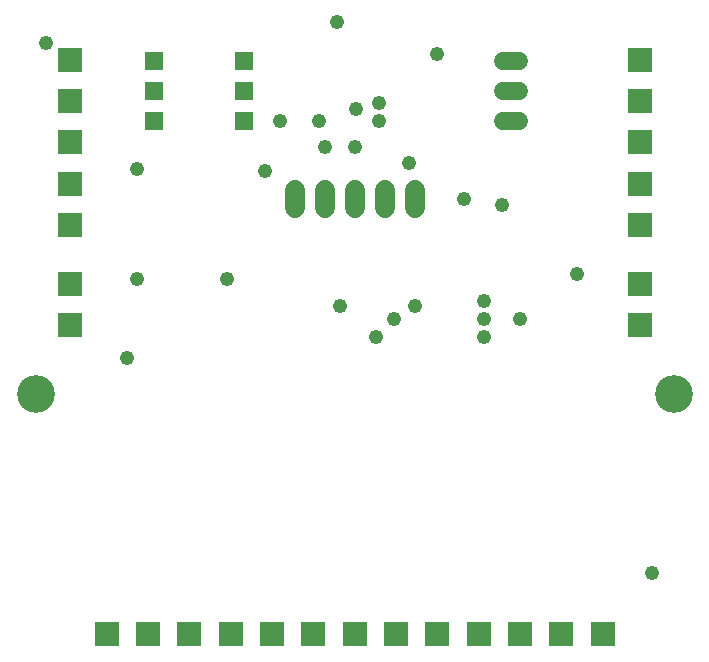
<source format=gbr>
G04 EAGLE Gerber RS-274X export*
G75*
%MOMM*%
%FSLAX34Y34*%
%LPD*%
%INSoldermask Bottom*%
%IPPOS*%
%AMOC8*
5,1,8,0,0,1.08239X$1,22.5*%
G01*
%ADD10C,3.203200*%
%ADD11R,1.511200X1.511200*%
%ADD12C,1.727200*%
%ADD13R,2.003200X2.003200*%
%ADD14C,1.524000*%
%ADD15R,2.153200X2.153200*%
%ADD16C,1.209600*%


D10*
X34798Y241300D03*
X574802Y241300D03*
D11*
X134620Y523240D03*
X210820Y472440D03*
X134620Y472440D03*
X210820Y523240D03*
X210820Y497840D03*
X134620Y497840D03*
D12*
X254000Y414020D02*
X254000Y398780D01*
X279400Y398780D02*
X279400Y414020D01*
X304800Y414020D02*
X304800Y398780D01*
X330200Y398780D02*
X330200Y414020D01*
X355600Y414020D02*
X355600Y398780D01*
D13*
X94800Y38100D03*
X129800Y38100D03*
X164800Y38100D03*
X199800Y38100D03*
X234800Y38100D03*
X269800Y38100D03*
X304800Y38100D03*
X339800Y38100D03*
X374800Y38100D03*
X409800Y38100D03*
X444800Y38100D03*
X479800Y38100D03*
X514800Y38100D03*
D14*
X443484Y523240D02*
X430276Y523240D01*
X430276Y497840D02*
X443484Y497840D01*
X443484Y472440D02*
X430276Y472440D01*
D15*
X63500Y384660D03*
X63500Y419660D03*
X63500Y454660D03*
X63500Y489660D03*
X63500Y524660D03*
X546100Y524660D03*
X546100Y489660D03*
X546100Y454660D03*
X546100Y419660D03*
X546100Y384660D03*
X546100Y335000D03*
X546100Y300000D03*
X63500Y300000D03*
X63500Y335000D03*
D16*
X196926Y339090D03*
X292100Y316230D03*
X355600Y316230D03*
X120650Y339090D03*
X111760Y271780D03*
X556260Y90170D03*
X492760Y342900D03*
X414020Y320040D03*
X414020Y289560D03*
X120650Y431800D03*
X241300Y472440D03*
X325120Y487680D03*
X374650Y529590D03*
X397510Y406400D03*
X289560Y556260D03*
X429260Y401320D03*
X274320Y472440D03*
X228600Y430530D03*
X325120Y472440D03*
X350520Y436880D03*
X414020Y304800D03*
X444500Y304800D03*
X337820Y304800D03*
X322580Y289560D03*
X43180Y538480D03*
X279400Y450850D03*
X304800Y450850D03*
X306070Y482600D03*
M02*

</source>
